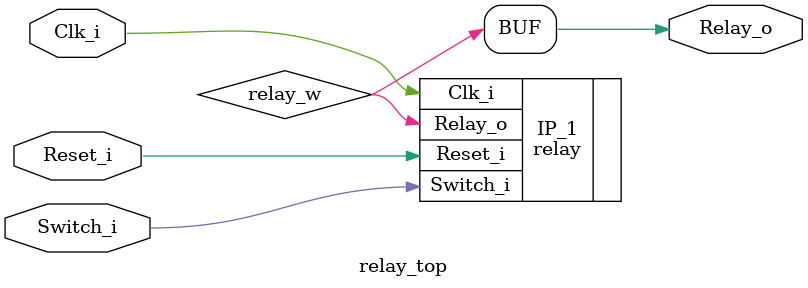
<source format=v>
module relay_top
  (
   Clk_i,
   Reset_i,
   Switch_i,
   Relay_o
   );
   
   input  Clk_i,Reset_i,Switch_i;
   output Relay_o;

   wire   relay_w;
   

   relay IP_1 (
   .Clk_i(Clk_i),
   .Reset_i(Reset_i),
   .Switch_i(Switch_i),
   .Relay_o(relay_w)
   );
   
   assign Relay_o = relay_w;
   
   
endmodule

</source>
